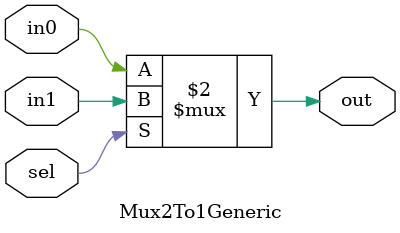
<source format=v>
`timescale 1ns / 1ps
module Mux2To1Generic(
    input in0, // input 0
    input in1, //input 1
    input sel, //select
    output out //output
    );

    assign out = ((sel == 0) ? in0 : in1);

endmodule

</source>
